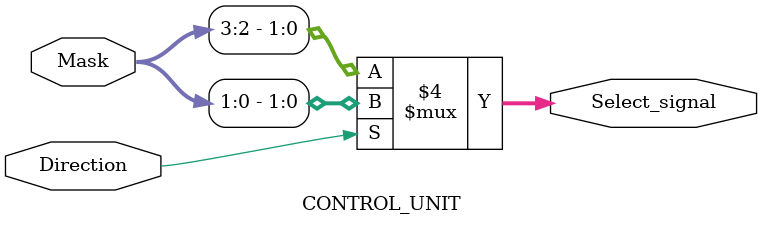
<source format=sv>
`timescale 1ns/1ps
module CONTROL_UNIT(Mask,Direction,Select_signal);

	input logic [3:0]Mask;
	input logic Direction;
	
	output logic [1:0]Select_signal;
	
	always @(Direction,Mask)
	begin
		if(Direction == 0)
			//反向传播控制信号
			Select_signal = Mask[3:2];
		else 
		begin
			//前向传播控制信号
			Select_signal = Mask[1:0];
		end
	end
endmodule 
</source>
